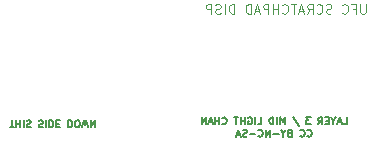
<source format=gbr>
G04 #@! TF.GenerationSoftware,KiCad,Pcbnew,(5.1.4)-1*
G04 #@! TF.CreationDate,2020-12-07T08:03:59-07:00*
G04 #@! TF.ProjectId,ufc_v4_scratchpad_layer3,7566635f-7634-45f7-9363-726174636870,rev?*
G04 #@! TF.SameCoordinates,Original*
G04 #@! TF.FileFunction,Legend,Bot*
G04 #@! TF.FilePolarity,Positive*
%FSLAX46Y46*%
G04 Gerber Fmt 4.6, Leading zero omitted, Abs format (unit mm)*
G04 Created by KiCad (PCBNEW (5.1.4)-1) date 2020-12-07 08:03:59*
%MOMM*%
%LPD*%
G04 APERTURE LIST*
%ADD10C,0.150000*%
%ADD11C,0.120000*%
G04 APERTURE END LIST*
D10*
X187480357Y-130788428D02*
X187766071Y-130788428D01*
X187766071Y-130188428D01*
X187308928Y-130617000D02*
X187023214Y-130617000D01*
X187366071Y-130788428D02*
X187166071Y-130188428D01*
X186966071Y-130788428D01*
X186651785Y-130502714D02*
X186651785Y-130788428D01*
X186851785Y-130188428D02*
X186651785Y-130502714D01*
X186451785Y-130188428D01*
X186251785Y-130474142D02*
X186051785Y-130474142D01*
X185966071Y-130788428D02*
X186251785Y-130788428D01*
X186251785Y-130188428D01*
X185966071Y-130188428D01*
X185366071Y-130788428D02*
X185566071Y-130502714D01*
X185708928Y-130788428D02*
X185708928Y-130188428D01*
X185480357Y-130188428D01*
X185423214Y-130217000D01*
X185394642Y-130245571D01*
X185366071Y-130302714D01*
X185366071Y-130388428D01*
X185394642Y-130445571D01*
X185423214Y-130474142D01*
X185480357Y-130502714D01*
X185708928Y-130502714D01*
X184708928Y-130188428D02*
X184337500Y-130188428D01*
X184537500Y-130417000D01*
X184451785Y-130417000D01*
X184394642Y-130445571D01*
X184366071Y-130474142D01*
X184337500Y-130531285D01*
X184337500Y-130674142D01*
X184366071Y-130731285D01*
X184394642Y-130759857D01*
X184451785Y-130788428D01*
X184623214Y-130788428D01*
X184680357Y-130759857D01*
X184708928Y-130731285D01*
X183194642Y-130159857D02*
X183708928Y-130931285D01*
X182537500Y-130788428D02*
X182537500Y-130188428D01*
X182337500Y-130617000D01*
X182137500Y-130188428D01*
X182137500Y-130788428D01*
X181851785Y-130788428D02*
X181851785Y-130188428D01*
X181566071Y-130788428D02*
X181566071Y-130188428D01*
X181423214Y-130188428D01*
X181337500Y-130217000D01*
X181280357Y-130274142D01*
X181251785Y-130331285D01*
X181223214Y-130445571D01*
X181223214Y-130531285D01*
X181251785Y-130645571D01*
X181280357Y-130702714D01*
X181337500Y-130759857D01*
X181423214Y-130788428D01*
X181566071Y-130788428D01*
X180223214Y-130788428D02*
X180508928Y-130788428D01*
X180508928Y-130188428D01*
X180023214Y-130788428D02*
X180023214Y-130188428D01*
X179423214Y-130217000D02*
X179480357Y-130188428D01*
X179566071Y-130188428D01*
X179651785Y-130217000D01*
X179708928Y-130274142D01*
X179737500Y-130331285D01*
X179766071Y-130445571D01*
X179766071Y-130531285D01*
X179737500Y-130645571D01*
X179708928Y-130702714D01*
X179651785Y-130759857D01*
X179566071Y-130788428D01*
X179508928Y-130788428D01*
X179423214Y-130759857D01*
X179394642Y-130731285D01*
X179394642Y-130531285D01*
X179508928Y-130531285D01*
X179137500Y-130788428D02*
X179137500Y-130188428D01*
X179137500Y-130474142D02*
X178794642Y-130474142D01*
X178794642Y-130788428D02*
X178794642Y-130188428D01*
X178594642Y-130188428D02*
X178251785Y-130188428D01*
X178423214Y-130788428D02*
X178423214Y-130188428D01*
X177251785Y-130731285D02*
X177280357Y-130759857D01*
X177366071Y-130788428D01*
X177423214Y-130788428D01*
X177508928Y-130759857D01*
X177566071Y-130702714D01*
X177594642Y-130645571D01*
X177623214Y-130531285D01*
X177623214Y-130445571D01*
X177594642Y-130331285D01*
X177566071Y-130274142D01*
X177508928Y-130217000D01*
X177423214Y-130188428D01*
X177366071Y-130188428D01*
X177280357Y-130217000D01*
X177251785Y-130245571D01*
X176994642Y-130788428D02*
X176994642Y-130188428D01*
X176994642Y-130474142D02*
X176651785Y-130474142D01*
X176651785Y-130788428D02*
X176651785Y-130188428D01*
X176394642Y-130617000D02*
X176108928Y-130617000D01*
X176451785Y-130788428D02*
X176251785Y-130188428D01*
X176051785Y-130788428D01*
X175851785Y-130788428D02*
X175851785Y-130188428D01*
X175508928Y-130788428D01*
X175508928Y-130188428D01*
X184437500Y-131781285D02*
X184466071Y-131809857D01*
X184551785Y-131838428D01*
X184608928Y-131838428D01*
X184694642Y-131809857D01*
X184751785Y-131752714D01*
X184780357Y-131695571D01*
X184808928Y-131581285D01*
X184808928Y-131495571D01*
X184780357Y-131381285D01*
X184751785Y-131324142D01*
X184694642Y-131267000D01*
X184608928Y-131238428D01*
X184551785Y-131238428D01*
X184466071Y-131267000D01*
X184437500Y-131295571D01*
X183837500Y-131781285D02*
X183866071Y-131809857D01*
X183951785Y-131838428D01*
X184008928Y-131838428D01*
X184094642Y-131809857D01*
X184151785Y-131752714D01*
X184180357Y-131695571D01*
X184208928Y-131581285D01*
X184208928Y-131495571D01*
X184180357Y-131381285D01*
X184151785Y-131324142D01*
X184094642Y-131267000D01*
X184008928Y-131238428D01*
X183951785Y-131238428D01*
X183866071Y-131267000D01*
X183837500Y-131295571D01*
X182923214Y-131524142D02*
X182837500Y-131552714D01*
X182808928Y-131581285D01*
X182780357Y-131638428D01*
X182780357Y-131724142D01*
X182808928Y-131781285D01*
X182837500Y-131809857D01*
X182894642Y-131838428D01*
X183123214Y-131838428D01*
X183123214Y-131238428D01*
X182923214Y-131238428D01*
X182866071Y-131267000D01*
X182837500Y-131295571D01*
X182808928Y-131352714D01*
X182808928Y-131409857D01*
X182837500Y-131467000D01*
X182866071Y-131495571D01*
X182923214Y-131524142D01*
X183123214Y-131524142D01*
X182408928Y-131552714D02*
X182408928Y-131838428D01*
X182608928Y-131238428D02*
X182408928Y-131552714D01*
X182208928Y-131238428D01*
X182008928Y-131609857D02*
X181551785Y-131609857D01*
X181266071Y-131838428D02*
X181266071Y-131238428D01*
X180923214Y-131838428D01*
X180923214Y-131238428D01*
X180294642Y-131781285D02*
X180323214Y-131809857D01*
X180408928Y-131838428D01*
X180466071Y-131838428D01*
X180551785Y-131809857D01*
X180608928Y-131752714D01*
X180637500Y-131695571D01*
X180666071Y-131581285D01*
X180666071Y-131495571D01*
X180637500Y-131381285D01*
X180608928Y-131324142D01*
X180551785Y-131267000D01*
X180466071Y-131238428D01*
X180408928Y-131238428D01*
X180323214Y-131267000D01*
X180294642Y-131295571D01*
X180037500Y-131609857D02*
X179580357Y-131609857D01*
X179323214Y-131809857D02*
X179237500Y-131838428D01*
X179094642Y-131838428D01*
X179037500Y-131809857D01*
X179008928Y-131781285D01*
X178980357Y-131724142D01*
X178980357Y-131667000D01*
X179008928Y-131609857D01*
X179037500Y-131581285D01*
X179094642Y-131552714D01*
X179208928Y-131524142D01*
X179266071Y-131495571D01*
X179294642Y-131467000D01*
X179323214Y-131409857D01*
X179323214Y-131352714D01*
X179294642Y-131295571D01*
X179266071Y-131267000D01*
X179208928Y-131238428D01*
X179066071Y-131238428D01*
X178980357Y-131267000D01*
X178751785Y-131667000D02*
X178466071Y-131667000D01*
X178808928Y-131838428D02*
X178608928Y-131238428D01*
X178408928Y-131838428D01*
D11*
X189380357Y-120603904D02*
X189380357Y-121251523D01*
X189342261Y-121327714D01*
X189304166Y-121365809D01*
X189227976Y-121403904D01*
X189075595Y-121403904D01*
X188999404Y-121365809D01*
X188961309Y-121327714D01*
X188923214Y-121251523D01*
X188923214Y-120603904D01*
X188275595Y-120984857D02*
X188542261Y-120984857D01*
X188542261Y-121403904D02*
X188542261Y-120603904D01*
X188161309Y-120603904D01*
X187399404Y-121327714D02*
X187437500Y-121365809D01*
X187551785Y-121403904D01*
X187627976Y-121403904D01*
X187742261Y-121365809D01*
X187818452Y-121289619D01*
X187856547Y-121213428D01*
X187894642Y-121061047D01*
X187894642Y-120946761D01*
X187856547Y-120794380D01*
X187818452Y-120718190D01*
X187742261Y-120642000D01*
X187627976Y-120603904D01*
X187551785Y-120603904D01*
X187437500Y-120642000D01*
X187399404Y-120680095D01*
X186485119Y-121365809D02*
X186370833Y-121403904D01*
X186180357Y-121403904D01*
X186104166Y-121365809D01*
X186066071Y-121327714D01*
X186027976Y-121251523D01*
X186027976Y-121175333D01*
X186066071Y-121099142D01*
X186104166Y-121061047D01*
X186180357Y-121022952D01*
X186332738Y-120984857D01*
X186408928Y-120946761D01*
X186447023Y-120908666D01*
X186485119Y-120832476D01*
X186485119Y-120756285D01*
X186447023Y-120680095D01*
X186408928Y-120642000D01*
X186332738Y-120603904D01*
X186142261Y-120603904D01*
X186027976Y-120642000D01*
X185227976Y-121327714D02*
X185266071Y-121365809D01*
X185380357Y-121403904D01*
X185456547Y-121403904D01*
X185570833Y-121365809D01*
X185647023Y-121289619D01*
X185685119Y-121213428D01*
X185723214Y-121061047D01*
X185723214Y-120946761D01*
X185685119Y-120794380D01*
X185647023Y-120718190D01*
X185570833Y-120642000D01*
X185456547Y-120603904D01*
X185380357Y-120603904D01*
X185266071Y-120642000D01*
X185227976Y-120680095D01*
X184427976Y-121403904D02*
X184694642Y-121022952D01*
X184885119Y-121403904D02*
X184885119Y-120603904D01*
X184580357Y-120603904D01*
X184504166Y-120642000D01*
X184466071Y-120680095D01*
X184427976Y-120756285D01*
X184427976Y-120870571D01*
X184466071Y-120946761D01*
X184504166Y-120984857D01*
X184580357Y-121022952D01*
X184885119Y-121022952D01*
X184123214Y-121175333D02*
X183742261Y-121175333D01*
X184199404Y-121403904D02*
X183932738Y-120603904D01*
X183666071Y-121403904D01*
X183513690Y-120603904D02*
X183056547Y-120603904D01*
X183285119Y-121403904D02*
X183285119Y-120603904D01*
X182332738Y-121327714D02*
X182370833Y-121365809D01*
X182485119Y-121403904D01*
X182561309Y-121403904D01*
X182675595Y-121365809D01*
X182751785Y-121289619D01*
X182789880Y-121213428D01*
X182827976Y-121061047D01*
X182827976Y-120946761D01*
X182789880Y-120794380D01*
X182751785Y-120718190D01*
X182675595Y-120642000D01*
X182561309Y-120603904D01*
X182485119Y-120603904D01*
X182370833Y-120642000D01*
X182332738Y-120680095D01*
X181989880Y-121403904D02*
X181989880Y-120603904D01*
X181989880Y-120984857D02*
X181532738Y-120984857D01*
X181532738Y-121403904D02*
X181532738Y-120603904D01*
X181151785Y-121403904D02*
X181151785Y-120603904D01*
X180847023Y-120603904D01*
X180770833Y-120642000D01*
X180732738Y-120680095D01*
X180694642Y-120756285D01*
X180694642Y-120870571D01*
X180732738Y-120946761D01*
X180770833Y-120984857D01*
X180847023Y-121022952D01*
X181151785Y-121022952D01*
X180389880Y-121175333D02*
X180008928Y-121175333D01*
X180466071Y-121403904D02*
X180199404Y-120603904D01*
X179932738Y-121403904D01*
X179666071Y-121403904D02*
X179666071Y-120603904D01*
X179475595Y-120603904D01*
X179361309Y-120642000D01*
X179285119Y-120718190D01*
X179247023Y-120794380D01*
X179208928Y-120946761D01*
X179208928Y-121061047D01*
X179247023Y-121213428D01*
X179285119Y-121289619D01*
X179361309Y-121365809D01*
X179475595Y-121403904D01*
X179666071Y-121403904D01*
X178256547Y-121403904D02*
X178256547Y-120603904D01*
X178066071Y-120603904D01*
X177951785Y-120642000D01*
X177875595Y-120718190D01*
X177837500Y-120794380D01*
X177799404Y-120946761D01*
X177799404Y-121061047D01*
X177837500Y-121213428D01*
X177875595Y-121289619D01*
X177951785Y-121365809D01*
X178066071Y-121403904D01*
X178256547Y-121403904D01*
X177456547Y-121403904D02*
X177456547Y-120603904D01*
X177113690Y-121365809D02*
X176999404Y-121403904D01*
X176808928Y-121403904D01*
X176732738Y-121365809D01*
X176694642Y-121327714D01*
X176656547Y-121251523D01*
X176656547Y-121175333D01*
X176694642Y-121099142D01*
X176732738Y-121061047D01*
X176808928Y-121022952D01*
X176961309Y-120984857D01*
X177037500Y-120946761D01*
X177075595Y-120908666D01*
X177113690Y-120832476D01*
X177113690Y-120756285D01*
X177075595Y-120680095D01*
X177037500Y-120642000D01*
X176961309Y-120603904D01*
X176770833Y-120603904D01*
X176656547Y-120642000D01*
X176313690Y-121403904D02*
X176313690Y-120603904D01*
X176008928Y-120603904D01*
X175932738Y-120642000D01*
X175894642Y-120680095D01*
X175856547Y-120756285D01*
X175856547Y-120870571D01*
X175894642Y-120946761D01*
X175932738Y-120984857D01*
X176008928Y-121022952D01*
X176313690Y-121022952D01*
D10*
X159251142Y-131054571D02*
X159594000Y-131054571D01*
X159422571Y-130454571D02*
X159422571Y-131054571D01*
X159794000Y-130454571D02*
X159794000Y-131054571D01*
X159794000Y-130768857D02*
X160136857Y-130768857D01*
X160136857Y-130454571D02*
X160136857Y-131054571D01*
X160422571Y-130454571D02*
X160422571Y-131054571D01*
X160679714Y-130483142D02*
X160765428Y-130454571D01*
X160908285Y-130454571D01*
X160965428Y-130483142D01*
X160994000Y-130511714D01*
X161022571Y-130568857D01*
X161022571Y-130626000D01*
X160994000Y-130683142D01*
X160965428Y-130711714D01*
X160908285Y-130740285D01*
X160794000Y-130768857D01*
X160736857Y-130797428D01*
X160708285Y-130826000D01*
X160679714Y-130883142D01*
X160679714Y-130940285D01*
X160708285Y-130997428D01*
X160736857Y-131026000D01*
X160794000Y-131054571D01*
X160936857Y-131054571D01*
X161022571Y-131026000D01*
X161708285Y-130483142D02*
X161794000Y-130454571D01*
X161936857Y-130454571D01*
X161994000Y-130483142D01*
X162022571Y-130511714D01*
X162051142Y-130568857D01*
X162051142Y-130626000D01*
X162022571Y-130683142D01*
X161994000Y-130711714D01*
X161936857Y-130740285D01*
X161822571Y-130768857D01*
X161765428Y-130797428D01*
X161736857Y-130826000D01*
X161708285Y-130883142D01*
X161708285Y-130940285D01*
X161736857Y-130997428D01*
X161765428Y-131026000D01*
X161822571Y-131054571D01*
X161965428Y-131054571D01*
X162051142Y-131026000D01*
X162308285Y-130454571D02*
X162308285Y-131054571D01*
X162594000Y-130454571D02*
X162594000Y-131054571D01*
X162736857Y-131054571D01*
X162822571Y-131026000D01*
X162879714Y-130968857D01*
X162908285Y-130911714D01*
X162936857Y-130797428D01*
X162936857Y-130711714D01*
X162908285Y-130597428D01*
X162879714Y-130540285D01*
X162822571Y-130483142D01*
X162736857Y-130454571D01*
X162594000Y-130454571D01*
X163194000Y-130768857D02*
X163394000Y-130768857D01*
X163479714Y-130454571D02*
X163194000Y-130454571D01*
X163194000Y-131054571D01*
X163479714Y-131054571D01*
X164194000Y-130454571D02*
X164194000Y-131054571D01*
X164336857Y-131054571D01*
X164422571Y-131026000D01*
X164479714Y-130968857D01*
X164508285Y-130911714D01*
X164536857Y-130797428D01*
X164536857Y-130711714D01*
X164508285Y-130597428D01*
X164479714Y-130540285D01*
X164422571Y-130483142D01*
X164336857Y-130454571D01*
X164194000Y-130454571D01*
X164908285Y-131054571D02*
X165022571Y-131054571D01*
X165079714Y-131026000D01*
X165136857Y-130968857D01*
X165165428Y-130854571D01*
X165165428Y-130654571D01*
X165136857Y-130540285D01*
X165079714Y-130483142D01*
X165022571Y-130454571D01*
X164908285Y-130454571D01*
X164851142Y-130483142D01*
X164794000Y-130540285D01*
X164765428Y-130654571D01*
X164765428Y-130854571D01*
X164794000Y-130968857D01*
X164851142Y-131026000D01*
X164908285Y-131054571D01*
X165365428Y-131054571D02*
X165508285Y-130454571D01*
X165622571Y-130883142D01*
X165736857Y-130454571D01*
X165879714Y-131054571D01*
X166108285Y-130454571D02*
X166108285Y-131054571D01*
X166451142Y-130454571D01*
X166451142Y-131054571D01*
M02*

</source>
